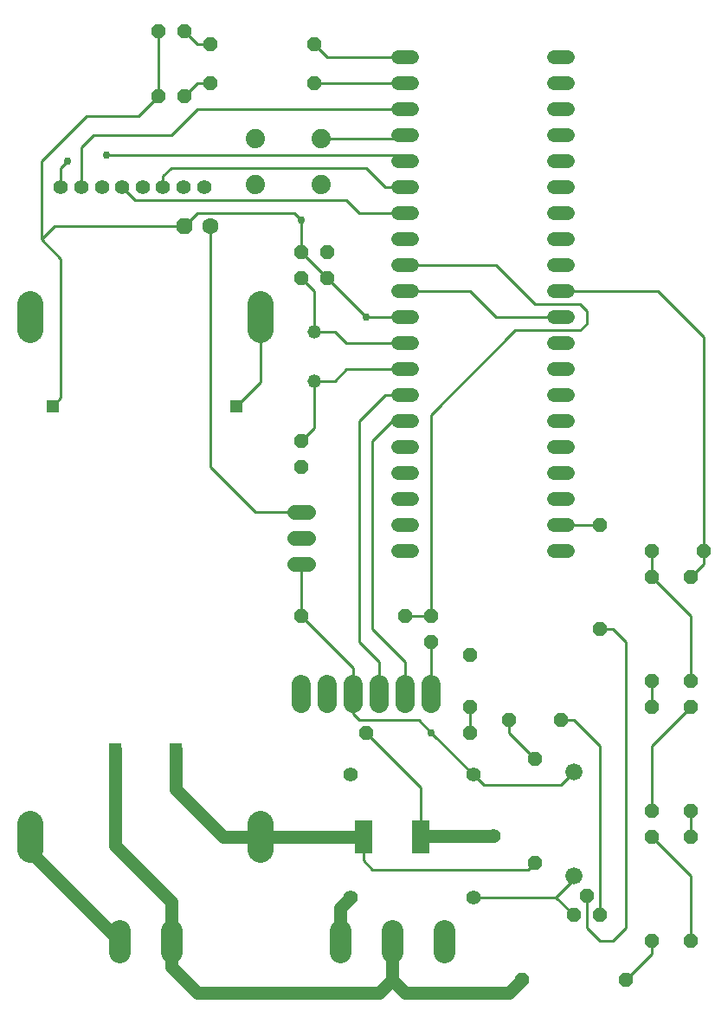
<source format=gbr>
G04 EAGLE Gerber RS-274X export*
G75*
%MOMM*%
%FSLAX34Y34*%
%LPD*%
%INBottom Copper*%
%IPPOS*%
%AMOC8*
5,1,8,0,0,1.08239X$1,22.5*%
G01*
%ADD10C,2.540000*%
%ADD11R,1.308000X1.308000*%
%ADD12C,2.095500*%
%ADD13C,1.408000*%
%ADD14P,1.429621X8X22.500000*%
%ADD15C,1.676400*%
%ADD16P,1.429621X8X292.500000*%
%ADD17P,1.429621X8X202.500000*%
%ADD18P,1.429621X8X112.500000*%
%ADD19R,1.800000X3.200000*%
%ADD20C,1.320800*%
%ADD21C,1.320800*%
%ADD22C,1.879600*%
%ADD23C,1.422400*%
%ADD24P,1.732040X8X202.500000*%
%ADD25C,1.600200*%
%ADD26C,1.422400*%
%ADD27C,1.879600*%
%ADD28C,0.254000*%
%ADD29C,0.756400*%
%ADD30C,1.270000*%


D10*
X27178Y165100D02*
X27178Y190500D01*
X252222Y190500D02*
X252222Y165100D01*
X252222Y673100D02*
X252222Y698500D01*
X27178Y698500D02*
X27178Y673100D01*
D11*
X169000Y263300D03*
X110000Y263300D03*
X49000Y599300D03*
X229000Y599300D03*
D12*
X114300Y86678D02*
X114300Y65723D01*
X165100Y65723D02*
X165100Y86678D01*
D13*
X340300Y239000D03*
X460300Y119000D03*
X480300Y179000D03*
X340300Y119000D03*
X460300Y239000D03*
D14*
X584200Y101600D03*
X571500Y120650D03*
X558800Y101600D03*
D15*
X558800Y139700D03*
X558800Y241300D03*
D16*
X584200Y482600D03*
X584200Y381000D03*
D12*
X330200Y86678D02*
X330200Y65723D01*
X381000Y65723D02*
X381000Y86678D01*
X431800Y86678D02*
X431800Y65723D01*
D17*
X609600Y38100D03*
X508000Y38100D03*
D18*
X635000Y76200D03*
X635000Y177800D03*
D16*
X673100Y177800D03*
X673100Y76200D03*
D18*
X673100Y203200D03*
X673100Y304800D03*
D16*
X635000Y304800D03*
X635000Y203200D03*
D18*
X635000Y330200D03*
X635000Y431800D03*
D16*
X673100Y431800D03*
X673100Y330200D03*
D17*
X685800Y457200D03*
X635000Y457200D03*
D16*
X520700Y254000D03*
X520700Y152400D03*
D17*
X457200Y279400D03*
X355600Y279400D03*
D14*
X495300Y292100D03*
X546100Y292100D03*
D18*
X457200Y304800D03*
X457200Y355600D03*
D19*
X353000Y177800D03*
X409000Y177800D03*
D20*
X400304Y939800D02*
X387096Y939800D01*
X387096Y914400D02*
X400304Y914400D01*
X400304Y889000D02*
X387096Y889000D01*
X387096Y863600D02*
X400304Y863600D01*
X400304Y838200D02*
X387096Y838200D01*
X387096Y812800D02*
X400304Y812800D01*
X400304Y787400D02*
X387096Y787400D01*
X387096Y762000D02*
X400304Y762000D01*
X400304Y736600D02*
X387096Y736600D01*
X387096Y711200D02*
X400304Y711200D01*
X400304Y685800D02*
X387096Y685800D01*
X387096Y660400D02*
X400304Y660400D01*
X400304Y635000D02*
X387096Y635000D01*
X387096Y609600D02*
X400304Y609600D01*
X400304Y584200D02*
X387096Y584200D01*
X387096Y558800D02*
X400304Y558800D01*
X400304Y533400D02*
X387096Y533400D01*
X387096Y508000D02*
X400304Y508000D01*
X400304Y482600D02*
X387096Y482600D01*
X387096Y457200D02*
X400304Y457200D01*
X539496Y457200D02*
X552704Y457200D01*
X552704Y482600D02*
X539496Y482600D01*
X539496Y508000D02*
X552704Y508000D01*
X552704Y533400D02*
X539496Y533400D01*
X539496Y558800D02*
X552704Y558800D01*
X552704Y584200D02*
X539496Y584200D01*
X539496Y609600D02*
X552704Y609600D01*
X552704Y635000D02*
X539496Y635000D01*
X539496Y660400D02*
X552704Y660400D01*
X552704Y685800D02*
X539496Y685800D01*
X539496Y711200D02*
X552704Y711200D01*
X552704Y736600D02*
X539496Y736600D01*
X539496Y762000D02*
X552704Y762000D01*
X552704Y787400D02*
X539496Y787400D01*
X539496Y812800D02*
X552704Y812800D01*
X552704Y838200D02*
X539496Y838200D01*
X539496Y863600D02*
X552704Y863600D01*
X552704Y889000D02*
X539496Y889000D01*
X539496Y914400D02*
X552704Y914400D01*
X552704Y939800D02*
X539496Y939800D01*
D21*
X304800Y623570D03*
X304800Y671830D03*
D16*
X292100Y749300D03*
X292100Y723900D03*
D18*
X292100Y539750D03*
X292100Y565150D03*
D14*
X292100Y393700D03*
X393700Y393700D03*
D18*
X317500Y723900D03*
X317500Y749300D03*
X419100Y368300D03*
X419100Y393700D03*
D22*
X419100Y326898D02*
X419100Y308102D01*
X393700Y308102D02*
X393700Y326898D01*
X368300Y326898D02*
X368300Y308102D01*
X342900Y308102D02*
X342900Y326898D01*
X317500Y326898D02*
X317500Y308102D01*
X292100Y308102D02*
X292100Y326898D01*
D23*
X299212Y444500D02*
X284988Y444500D01*
X284988Y469900D02*
X299212Y469900D01*
X299212Y495300D02*
X284988Y495300D01*
D24*
X177800Y774700D03*
D25*
X203200Y774700D03*
D26*
X197000Y812800D03*
X177000Y812800D03*
X157000Y812800D03*
X137000Y812800D03*
X117000Y812800D03*
X97000Y812800D03*
X77000Y812800D03*
X57000Y812800D03*
D27*
X311912Y815594D03*
X246888Y815594D03*
X311912Y860806D03*
X246888Y860806D03*
D17*
X304800Y914400D03*
X203200Y914400D03*
D14*
X152400Y901700D03*
X177800Y901700D03*
X152400Y965200D03*
X177800Y965200D03*
D17*
X304800Y952500D03*
X203200Y952500D03*
D28*
X252222Y622522D02*
X229000Y599300D01*
X252222Y622522D02*
X252222Y685800D01*
X190500Y889000D02*
X393700Y889000D01*
X165100Y863600D02*
X88900Y863600D01*
X77000Y851700D01*
X77000Y812800D01*
X165100Y863600D02*
X190500Y889000D01*
X387350Y844550D02*
X393700Y838200D01*
X387350Y844550D02*
X101600Y844550D01*
D29*
X101600Y844550D03*
X63500Y838200D03*
D28*
X57000Y831700D01*
X57000Y812800D01*
X157000Y812800D02*
X157000Y823750D01*
X165100Y831850D01*
X355600Y831850D01*
X374650Y812800D01*
X393700Y812800D01*
X129700Y800100D02*
X117000Y812800D01*
X336550Y800100D02*
X349250Y787400D01*
X393700Y787400D01*
X336550Y800100D02*
X129700Y800100D01*
D30*
X27178Y163322D02*
X114300Y76200D01*
X27178Y163322D02*
X27178Y177800D01*
D28*
X460300Y119000D02*
X541400Y119000D01*
X558800Y101600D01*
X558800Y136400D02*
X558800Y139700D01*
X558800Y136400D02*
X541400Y119000D01*
X571500Y120650D02*
X571500Y88900D01*
X584200Y76200D01*
X596900Y76200D01*
X609600Y88900D01*
X609600Y368300D02*
X596900Y381000D01*
X584200Y381000D01*
X609600Y368300D02*
X609600Y88900D01*
D30*
X169000Y224700D02*
X169000Y263300D01*
X169000Y224700D02*
X215900Y177800D01*
X252222Y177800D01*
X353000Y177800D01*
D28*
X353000Y155000D01*
X361950Y146050D01*
X514350Y146050D01*
X520700Y152400D01*
X546100Y482600D02*
X584200Y482600D01*
D30*
X165100Y114300D02*
X165100Y76200D01*
X110000Y169400D02*
X110000Y263300D01*
X110000Y169400D02*
X165100Y114300D01*
X165100Y76200D02*
X165100Y50800D01*
X190500Y25400D01*
X368300Y25400D02*
X381000Y38100D01*
X381000Y76200D01*
X368300Y25400D02*
X190500Y25400D01*
X381000Y38100D02*
X393700Y25400D01*
X495300Y25400D01*
X508000Y38100D01*
X330200Y76200D02*
X330200Y108900D01*
X340300Y119000D01*
D28*
X609600Y38100D02*
X635000Y63500D01*
X635000Y76200D01*
X673100Y177800D02*
X673100Y203200D01*
X635000Y304800D02*
X635000Y330200D01*
X635000Y177800D02*
X673100Y139700D01*
X673100Y76200D01*
X635000Y203200D02*
X635000Y266700D01*
X673100Y304800D01*
X673100Y330200D02*
X673100Y393700D01*
X635000Y431800D01*
X635000Y457200D01*
X495300Y279400D02*
X520700Y254000D01*
X495300Y279400D02*
X495300Y292100D01*
X457200Y304800D02*
X457200Y279400D01*
D30*
X410200Y179000D02*
X409000Y177800D01*
X410200Y179000D02*
X480300Y179000D01*
D28*
X409000Y177800D02*
X409000Y226000D01*
X355600Y279400D01*
X325120Y671830D02*
X304800Y671830D01*
X325120Y671830D02*
X336550Y660400D01*
X393700Y660400D01*
X304800Y711200D02*
X292100Y723900D01*
X304800Y711200D02*
X304800Y671830D01*
X304800Y623570D02*
X325120Y623570D01*
X336550Y635000D01*
X393700Y635000D01*
X304800Y577850D02*
X292100Y565150D01*
X304800Y577850D02*
X304800Y623570D01*
X558800Y241300D02*
X546100Y228600D01*
X470700Y228600D02*
X460300Y239000D01*
X470700Y228600D02*
X546100Y228600D01*
X457200Y711200D02*
X393700Y711200D01*
X457200Y711200D02*
X482600Y685800D01*
X546100Y685800D01*
X292100Y444500D02*
X292100Y393700D01*
X342900Y342900D01*
X342900Y317500D01*
X419500Y279800D02*
X460300Y239000D01*
X419500Y279800D02*
X407200Y292100D01*
X349250Y292100D02*
X342900Y298450D01*
X342900Y317500D01*
X349250Y292100D02*
X407200Y292100D01*
D29*
X419500Y279800D03*
D28*
X393700Y736600D02*
X482600Y736600D01*
X520700Y698500D01*
X565150Y698500D01*
X571500Y692150D01*
X571500Y679450D01*
X565150Y673100D01*
X501650Y673100D02*
X419100Y590550D01*
X419100Y393700D01*
X501650Y673100D02*
X565150Y673100D01*
X419100Y393700D02*
X393700Y393700D01*
X419100Y368300D02*
X419100Y317500D01*
X393700Y609600D02*
X374650Y609600D01*
X349250Y584200D01*
X349250Y368300D02*
X368300Y349250D01*
X368300Y317500D01*
X349250Y368300D02*
X349250Y584200D01*
X381000Y584200D02*
X393700Y584200D01*
X381000Y584200D02*
X361950Y565150D01*
X361950Y381000D02*
X393700Y349250D01*
X393700Y317500D01*
X361950Y381000D02*
X361950Y565150D01*
X203200Y539750D02*
X203200Y774700D01*
X247650Y495300D02*
X292100Y495300D01*
X247650Y495300D02*
X203200Y539750D01*
X390906Y860806D02*
X393700Y863600D01*
X390906Y860806D02*
X311912Y860806D01*
X203200Y914400D02*
X190500Y914400D01*
X177800Y901700D01*
X190500Y952500D02*
X203200Y952500D01*
X190500Y952500D02*
X177800Y965200D01*
X685800Y457200D02*
X685800Y444500D01*
X673100Y431800D01*
X584200Y266700D02*
X584200Y101600D01*
X584200Y266700D02*
X558800Y292100D01*
X546100Y292100D01*
X152400Y901700D02*
X152400Y965200D01*
X152400Y901700D02*
X133350Y882650D01*
X82550Y882650D02*
X38100Y838200D01*
X38100Y762000D01*
X57150Y742950D01*
X57150Y607450D01*
X49000Y599300D01*
X82550Y882650D02*
X133350Y882650D01*
X177800Y774700D02*
X50800Y774700D01*
X38100Y762000D01*
X177800Y774700D02*
X190500Y787400D01*
X285750Y787400D01*
X292100Y781050D01*
D29*
X292100Y781050D03*
D28*
X317500Y723900D02*
X355600Y685800D01*
X393700Y685800D01*
X317500Y723900D02*
X292100Y749300D01*
X292100Y781050D01*
X685800Y666750D02*
X685800Y457200D01*
X685800Y666750D02*
X641350Y711200D01*
X546100Y711200D01*
D29*
X355600Y685800D03*
D28*
X393700Y914400D02*
X304800Y914400D01*
X317500Y939800D02*
X393700Y939800D01*
X317500Y939800D02*
X304800Y952500D01*
M02*

</source>
